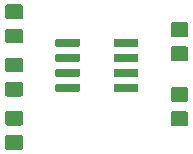
<source format=gbr>
G04 #@! TF.GenerationSoftware,KiCad,Pcbnew,(5.1.4)-1*
G04 #@! TF.CreationDate,2019-10-04T20:40:23-05:00*
G04 #@! TF.ProjectId,GettingToBlinky5.0,47657474-696e-4675-946f-426c696e6b79,rev?*
G04 #@! TF.SameCoordinates,Original*
G04 #@! TF.FileFunction,Soldermask,Top*
G04 #@! TF.FilePolarity,Negative*
%FSLAX46Y46*%
G04 Gerber Fmt 4.6, Leading zero omitted, Abs format (unit mm)*
G04 Created by KiCad (PCBNEW (5.1.4)-1) date 2019-10-04 20:40:23*
%MOMM*%
%LPD*%
G04 APERTURE LIST*
%ADD10C,0.100000*%
G04 APERTURE END LIST*
D10*
G36*
X139588674Y-102903465D02*
G01*
X139626367Y-102914899D01*
X139661103Y-102933466D01*
X139691548Y-102958452D01*
X139716534Y-102988897D01*
X139735101Y-103023633D01*
X139746535Y-103061326D01*
X139751000Y-103106661D01*
X139751000Y-103943339D01*
X139746535Y-103988674D01*
X139735101Y-104026367D01*
X139716534Y-104061103D01*
X139691548Y-104091548D01*
X139661103Y-104116534D01*
X139626367Y-104135101D01*
X139588674Y-104146535D01*
X139543339Y-104151000D01*
X138456661Y-104151000D01*
X138411326Y-104146535D01*
X138373633Y-104135101D01*
X138338897Y-104116534D01*
X138308452Y-104091548D01*
X138283466Y-104061103D01*
X138264899Y-104026367D01*
X138253465Y-103988674D01*
X138249000Y-103943339D01*
X138249000Y-103106661D01*
X138253465Y-103061326D01*
X138264899Y-103023633D01*
X138283466Y-102988897D01*
X138308452Y-102958452D01*
X138338897Y-102933466D01*
X138373633Y-102914899D01*
X138411326Y-102903465D01*
X138456661Y-102899000D01*
X139543339Y-102899000D01*
X139588674Y-102903465D01*
X139588674Y-102903465D01*
G37*
G36*
X153588674Y-100903465D02*
G01*
X153626367Y-100914899D01*
X153661103Y-100933466D01*
X153691548Y-100958452D01*
X153716534Y-100988897D01*
X153735101Y-101023633D01*
X153746535Y-101061326D01*
X153751000Y-101106661D01*
X153751000Y-101943339D01*
X153746535Y-101988674D01*
X153735101Y-102026367D01*
X153716534Y-102061103D01*
X153691548Y-102091548D01*
X153661103Y-102116534D01*
X153626367Y-102135101D01*
X153588674Y-102146535D01*
X153543339Y-102151000D01*
X152456661Y-102151000D01*
X152411326Y-102146535D01*
X152373633Y-102135101D01*
X152338897Y-102116534D01*
X152308452Y-102091548D01*
X152283466Y-102061103D01*
X152264899Y-102026367D01*
X152253465Y-101988674D01*
X152249000Y-101943339D01*
X152249000Y-101106661D01*
X152253465Y-101061326D01*
X152264899Y-101023633D01*
X152283466Y-100988897D01*
X152308452Y-100958452D01*
X152338897Y-100933466D01*
X152373633Y-100914899D01*
X152411326Y-100903465D01*
X152456661Y-100899000D01*
X153543339Y-100899000D01*
X153588674Y-100903465D01*
X153588674Y-100903465D01*
G37*
G36*
X139588674Y-100853465D02*
G01*
X139626367Y-100864899D01*
X139661103Y-100883466D01*
X139691548Y-100908452D01*
X139716534Y-100938897D01*
X139735101Y-100973633D01*
X139746535Y-101011326D01*
X139751000Y-101056661D01*
X139751000Y-101893339D01*
X139746535Y-101938674D01*
X139735101Y-101976367D01*
X139716534Y-102011103D01*
X139691548Y-102041548D01*
X139661103Y-102066534D01*
X139626367Y-102085101D01*
X139588674Y-102096535D01*
X139543339Y-102101000D01*
X138456661Y-102101000D01*
X138411326Y-102096535D01*
X138373633Y-102085101D01*
X138338897Y-102066534D01*
X138308452Y-102041548D01*
X138283466Y-102011103D01*
X138264899Y-101976367D01*
X138253465Y-101938674D01*
X138249000Y-101893339D01*
X138249000Y-101056661D01*
X138253465Y-101011326D01*
X138264899Y-100973633D01*
X138283466Y-100938897D01*
X138308452Y-100908452D01*
X138338897Y-100883466D01*
X138373633Y-100864899D01*
X138411326Y-100853465D01*
X138456661Y-100849000D01*
X139543339Y-100849000D01*
X139588674Y-100853465D01*
X139588674Y-100853465D01*
G37*
G36*
X153588674Y-98853465D02*
G01*
X153626367Y-98864899D01*
X153661103Y-98883466D01*
X153691548Y-98908452D01*
X153716534Y-98938897D01*
X153735101Y-98973633D01*
X153746535Y-99011326D01*
X153751000Y-99056661D01*
X153751000Y-99893339D01*
X153746535Y-99938674D01*
X153735101Y-99976367D01*
X153716534Y-100011103D01*
X153691548Y-100041548D01*
X153661103Y-100066534D01*
X153626367Y-100085101D01*
X153588674Y-100096535D01*
X153543339Y-100101000D01*
X152456661Y-100101000D01*
X152411326Y-100096535D01*
X152373633Y-100085101D01*
X152338897Y-100066534D01*
X152308452Y-100041548D01*
X152283466Y-100011103D01*
X152264899Y-99976367D01*
X152253465Y-99938674D01*
X152249000Y-99893339D01*
X152249000Y-99056661D01*
X152253465Y-99011326D01*
X152264899Y-98973633D01*
X152283466Y-98938897D01*
X152308452Y-98908452D01*
X152338897Y-98883466D01*
X152373633Y-98864899D01*
X152411326Y-98853465D01*
X152456661Y-98849000D01*
X153543339Y-98849000D01*
X153588674Y-98853465D01*
X153588674Y-98853465D01*
G37*
G36*
X139588674Y-98403465D02*
G01*
X139626367Y-98414899D01*
X139661103Y-98433466D01*
X139691548Y-98458452D01*
X139716534Y-98488897D01*
X139735101Y-98523633D01*
X139746535Y-98561326D01*
X139751000Y-98606661D01*
X139751000Y-99443339D01*
X139746535Y-99488674D01*
X139735101Y-99526367D01*
X139716534Y-99561103D01*
X139691548Y-99591548D01*
X139661103Y-99616534D01*
X139626367Y-99635101D01*
X139588674Y-99646535D01*
X139543339Y-99651000D01*
X138456661Y-99651000D01*
X138411326Y-99646535D01*
X138373633Y-99635101D01*
X138338897Y-99616534D01*
X138308452Y-99591548D01*
X138283466Y-99561103D01*
X138264899Y-99526367D01*
X138253465Y-99488674D01*
X138249000Y-99443339D01*
X138249000Y-98606661D01*
X138253465Y-98561326D01*
X138264899Y-98523633D01*
X138283466Y-98488897D01*
X138308452Y-98458452D01*
X138338897Y-98433466D01*
X138373633Y-98414899D01*
X138411326Y-98403465D01*
X138456661Y-98399000D01*
X139543339Y-98399000D01*
X139588674Y-98403465D01*
X139588674Y-98403465D01*
G37*
G36*
X149409928Y-98556764D02*
G01*
X149431009Y-98563160D01*
X149450445Y-98573548D01*
X149467476Y-98587524D01*
X149481452Y-98604555D01*
X149491840Y-98623991D01*
X149498236Y-98645072D01*
X149501000Y-98673140D01*
X149501000Y-99136860D01*
X149498236Y-99164928D01*
X149491840Y-99186009D01*
X149481452Y-99205445D01*
X149467476Y-99222476D01*
X149450445Y-99236452D01*
X149431009Y-99246840D01*
X149409928Y-99253236D01*
X149381860Y-99256000D01*
X147568140Y-99256000D01*
X147540072Y-99253236D01*
X147518991Y-99246840D01*
X147499555Y-99236452D01*
X147482524Y-99222476D01*
X147468548Y-99205445D01*
X147458160Y-99186009D01*
X147451764Y-99164928D01*
X147449000Y-99136860D01*
X147449000Y-98673140D01*
X147451764Y-98645072D01*
X147458160Y-98623991D01*
X147468548Y-98604555D01*
X147482524Y-98587524D01*
X147499555Y-98573548D01*
X147518991Y-98563160D01*
X147540072Y-98556764D01*
X147568140Y-98554000D01*
X149381860Y-98554000D01*
X149409928Y-98556764D01*
X149409928Y-98556764D01*
G37*
G36*
X144459928Y-98556764D02*
G01*
X144481009Y-98563160D01*
X144500445Y-98573548D01*
X144517476Y-98587524D01*
X144531452Y-98604555D01*
X144541840Y-98623991D01*
X144548236Y-98645072D01*
X144551000Y-98673140D01*
X144551000Y-99136860D01*
X144548236Y-99164928D01*
X144541840Y-99186009D01*
X144531452Y-99205445D01*
X144517476Y-99222476D01*
X144500445Y-99236452D01*
X144481009Y-99246840D01*
X144459928Y-99253236D01*
X144431860Y-99256000D01*
X142618140Y-99256000D01*
X142590072Y-99253236D01*
X142568991Y-99246840D01*
X142549555Y-99236452D01*
X142532524Y-99222476D01*
X142518548Y-99205445D01*
X142508160Y-99186009D01*
X142501764Y-99164928D01*
X142499000Y-99136860D01*
X142499000Y-98673140D01*
X142501764Y-98645072D01*
X142508160Y-98623991D01*
X142518548Y-98604555D01*
X142532524Y-98587524D01*
X142549555Y-98573548D01*
X142568991Y-98563160D01*
X142590072Y-98556764D01*
X142618140Y-98554000D01*
X144431860Y-98554000D01*
X144459928Y-98556764D01*
X144459928Y-98556764D01*
G37*
G36*
X149409928Y-97286764D02*
G01*
X149431009Y-97293160D01*
X149450445Y-97303548D01*
X149467476Y-97317524D01*
X149481452Y-97334555D01*
X149491840Y-97353991D01*
X149498236Y-97375072D01*
X149501000Y-97403140D01*
X149501000Y-97866860D01*
X149498236Y-97894928D01*
X149491840Y-97916009D01*
X149481452Y-97935445D01*
X149467476Y-97952476D01*
X149450445Y-97966452D01*
X149431009Y-97976840D01*
X149409928Y-97983236D01*
X149381860Y-97986000D01*
X147568140Y-97986000D01*
X147540072Y-97983236D01*
X147518991Y-97976840D01*
X147499555Y-97966452D01*
X147482524Y-97952476D01*
X147468548Y-97935445D01*
X147458160Y-97916009D01*
X147451764Y-97894928D01*
X147449000Y-97866860D01*
X147449000Y-97403140D01*
X147451764Y-97375072D01*
X147458160Y-97353991D01*
X147468548Y-97334555D01*
X147482524Y-97317524D01*
X147499555Y-97303548D01*
X147518991Y-97293160D01*
X147540072Y-97286764D01*
X147568140Y-97284000D01*
X149381860Y-97284000D01*
X149409928Y-97286764D01*
X149409928Y-97286764D01*
G37*
G36*
X144459928Y-97286764D02*
G01*
X144481009Y-97293160D01*
X144500445Y-97303548D01*
X144517476Y-97317524D01*
X144531452Y-97334555D01*
X144541840Y-97353991D01*
X144548236Y-97375072D01*
X144551000Y-97403140D01*
X144551000Y-97866860D01*
X144548236Y-97894928D01*
X144541840Y-97916009D01*
X144531452Y-97935445D01*
X144517476Y-97952476D01*
X144500445Y-97966452D01*
X144481009Y-97976840D01*
X144459928Y-97983236D01*
X144431860Y-97986000D01*
X142618140Y-97986000D01*
X142590072Y-97983236D01*
X142568991Y-97976840D01*
X142549555Y-97966452D01*
X142532524Y-97952476D01*
X142518548Y-97935445D01*
X142508160Y-97916009D01*
X142501764Y-97894928D01*
X142499000Y-97866860D01*
X142499000Y-97403140D01*
X142501764Y-97375072D01*
X142508160Y-97353991D01*
X142518548Y-97334555D01*
X142532524Y-97317524D01*
X142549555Y-97303548D01*
X142568991Y-97293160D01*
X142590072Y-97286764D01*
X142618140Y-97284000D01*
X144431860Y-97284000D01*
X144459928Y-97286764D01*
X144459928Y-97286764D01*
G37*
G36*
X139588674Y-96353465D02*
G01*
X139626367Y-96364899D01*
X139661103Y-96383466D01*
X139691548Y-96408452D01*
X139716534Y-96438897D01*
X139735101Y-96473633D01*
X139746535Y-96511326D01*
X139751000Y-96556661D01*
X139751000Y-97393339D01*
X139746535Y-97438674D01*
X139735101Y-97476367D01*
X139716534Y-97511103D01*
X139691548Y-97541548D01*
X139661103Y-97566534D01*
X139626367Y-97585101D01*
X139588674Y-97596535D01*
X139543339Y-97601000D01*
X138456661Y-97601000D01*
X138411326Y-97596535D01*
X138373633Y-97585101D01*
X138338897Y-97566534D01*
X138308452Y-97541548D01*
X138283466Y-97511103D01*
X138264899Y-97476367D01*
X138253465Y-97438674D01*
X138249000Y-97393339D01*
X138249000Y-96556661D01*
X138253465Y-96511326D01*
X138264899Y-96473633D01*
X138283466Y-96438897D01*
X138308452Y-96408452D01*
X138338897Y-96383466D01*
X138373633Y-96364899D01*
X138411326Y-96353465D01*
X138456661Y-96349000D01*
X139543339Y-96349000D01*
X139588674Y-96353465D01*
X139588674Y-96353465D01*
G37*
G36*
X144459928Y-96016764D02*
G01*
X144481009Y-96023160D01*
X144500445Y-96033548D01*
X144517476Y-96047524D01*
X144531452Y-96064555D01*
X144541840Y-96083991D01*
X144548236Y-96105072D01*
X144551000Y-96133140D01*
X144551000Y-96596860D01*
X144548236Y-96624928D01*
X144541840Y-96646009D01*
X144531452Y-96665445D01*
X144517476Y-96682476D01*
X144500445Y-96696452D01*
X144481009Y-96706840D01*
X144459928Y-96713236D01*
X144431860Y-96716000D01*
X142618140Y-96716000D01*
X142590072Y-96713236D01*
X142568991Y-96706840D01*
X142549555Y-96696452D01*
X142532524Y-96682476D01*
X142518548Y-96665445D01*
X142508160Y-96646009D01*
X142501764Y-96624928D01*
X142499000Y-96596860D01*
X142499000Y-96133140D01*
X142501764Y-96105072D01*
X142508160Y-96083991D01*
X142518548Y-96064555D01*
X142532524Y-96047524D01*
X142549555Y-96033548D01*
X142568991Y-96023160D01*
X142590072Y-96016764D01*
X142618140Y-96014000D01*
X144431860Y-96014000D01*
X144459928Y-96016764D01*
X144459928Y-96016764D01*
G37*
G36*
X149409928Y-96016764D02*
G01*
X149431009Y-96023160D01*
X149450445Y-96033548D01*
X149467476Y-96047524D01*
X149481452Y-96064555D01*
X149491840Y-96083991D01*
X149498236Y-96105072D01*
X149501000Y-96133140D01*
X149501000Y-96596860D01*
X149498236Y-96624928D01*
X149491840Y-96646009D01*
X149481452Y-96665445D01*
X149467476Y-96682476D01*
X149450445Y-96696452D01*
X149431009Y-96706840D01*
X149409928Y-96713236D01*
X149381860Y-96716000D01*
X147568140Y-96716000D01*
X147540072Y-96713236D01*
X147518991Y-96706840D01*
X147499555Y-96696452D01*
X147482524Y-96682476D01*
X147468548Y-96665445D01*
X147458160Y-96646009D01*
X147451764Y-96624928D01*
X147449000Y-96596860D01*
X147449000Y-96133140D01*
X147451764Y-96105072D01*
X147458160Y-96083991D01*
X147468548Y-96064555D01*
X147482524Y-96047524D01*
X147499555Y-96033548D01*
X147518991Y-96023160D01*
X147540072Y-96016764D01*
X147568140Y-96014000D01*
X149381860Y-96014000D01*
X149409928Y-96016764D01*
X149409928Y-96016764D01*
G37*
G36*
X153588674Y-95403465D02*
G01*
X153626367Y-95414899D01*
X153661103Y-95433466D01*
X153691548Y-95458452D01*
X153716534Y-95488897D01*
X153735101Y-95523633D01*
X153746535Y-95561326D01*
X153751000Y-95606661D01*
X153751000Y-96443339D01*
X153746535Y-96488674D01*
X153735101Y-96526367D01*
X153716534Y-96561103D01*
X153691548Y-96591548D01*
X153661103Y-96616534D01*
X153626367Y-96635101D01*
X153588674Y-96646535D01*
X153543339Y-96651000D01*
X152456661Y-96651000D01*
X152411326Y-96646535D01*
X152373633Y-96635101D01*
X152338897Y-96616534D01*
X152308452Y-96591548D01*
X152283466Y-96561103D01*
X152264899Y-96526367D01*
X152253465Y-96488674D01*
X152249000Y-96443339D01*
X152249000Y-95606661D01*
X152253465Y-95561326D01*
X152264899Y-95523633D01*
X152283466Y-95488897D01*
X152308452Y-95458452D01*
X152338897Y-95433466D01*
X152373633Y-95414899D01*
X152411326Y-95403465D01*
X152456661Y-95399000D01*
X153543339Y-95399000D01*
X153588674Y-95403465D01*
X153588674Y-95403465D01*
G37*
G36*
X149409928Y-94746764D02*
G01*
X149431009Y-94753160D01*
X149450445Y-94763548D01*
X149467476Y-94777524D01*
X149481452Y-94794555D01*
X149491840Y-94813991D01*
X149498236Y-94835072D01*
X149501000Y-94863140D01*
X149501000Y-95326860D01*
X149498236Y-95354928D01*
X149491840Y-95376009D01*
X149481452Y-95395445D01*
X149467476Y-95412476D01*
X149450445Y-95426452D01*
X149431009Y-95436840D01*
X149409928Y-95443236D01*
X149381860Y-95446000D01*
X147568140Y-95446000D01*
X147540072Y-95443236D01*
X147518991Y-95436840D01*
X147499555Y-95426452D01*
X147482524Y-95412476D01*
X147468548Y-95395445D01*
X147458160Y-95376009D01*
X147451764Y-95354928D01*
X147449000Y-95326860D01*
X147449000Y-94863140D01*
X147451764Y-94835072D01*
X147458160Y-94813991D01*
X147468548Y-94794555D01*
X147482524Y-94777524D01*
X147499555Y-94763548D01*
X147518991Y-94753160D01*
X147540072Y-94746764D01*
X147568140Y-94744000D01*
X149381860Y-94744000D01*
X149409928Y-94746764D01*
X149409928Y-94746764D01*
G37*
G36*
X144459928Y-94746764D02*
G01*
X144481009Y-94753160D01*
X144500445Y-94763548D01*
X144517476Y-94777524D01*
X144531452Y-94794555D01*
X144541840Y-94813991D01*
X144548236Y-94835072D01*
X144551000Y-94863140D01*
X144551000Y-95326860D01*
X144548236Y-95354928D01*
X144541840Y-95376009D01*
X144531452Y-95395445D01*
X144517476Y-95412476D01*
X144500445Y-95426452D01*
X144481009Y-95436840D01*
X144459928Y-95443236D01*
X144431860Y-95446000D01*
X142618140Y-95446000D01*
X142590072Y-95443236D01*
X142568991Y-95436840D01*
X142549555Y-95426452D01*
X142532524Y-95412476D01*
X142518548Y-95395445D01*
X142508160Y-95376009D01*
X142501764Y-95354928D01*
X142499000Y-95326860D01*
X142499000Y-94863140D01*
X142501764Y-94835072D01*
X142508160Y-94813991D01*
X142518548Y-94794555D01*
X142532524Y-94777524D01*
X142549555Y-94763548D01*
X142568991Y-94753160D01*
X142590072Y-94746764D01*
X142618140Y-94744000D01*
X144431860Y-94744000D01*
X144459928Y-94746764D01*
X144459928Y-94746764D01*
G37*
G36*
X139588674Y-93903465D02*
G01*
X139626367Y-93914899D01*
X139661103Y-93933466D01*
X139691548Y-93958452D01*
X139716534Y-93988897D01*
X139735101Y-94023633D01*
X139746535Y-94061326D01*
X139751000Y-94106661D01*
X139751000Y-94943339D01*
X139746535Y-94988674D01*
X139735101Y-95026367D01*
X139716534Y-95061103D01*
X139691548Y-95091548D01*
X139661103Y-95116534D01*
X139626367Y-95135101D01*
X139588674Y-95146535D01*
X139543339Y-95151000D01*
X138456661Y-95151000D01*
X138411326Y-95146535D01*
X138373633Y-95135101D01*
X138338897Y-95116534D01*
X138308452Y-95091548D01*
X138283466Y-95061103D01*
X138264899Y-95026367D01*
X138253465Y-94988674D01*
X138249000Y-94943339D01*
X138249000Y-94106661D01*
X138253465Y-94061326D01*
X138264899Y-94023633D01*
X138283466Y-93988897D01*
X138308452Y-93958452D01*
X138338897Y-93933466D01*
X138373633Y-93914899D01*
X138411326Y-93903465D01*
X138456661Y-93899000D01*
X139543339Y-93899000D01*
X139588674Y-93903465D01*
X139588674Y-93903465D01*
G37*
G36*
X153588674Y-93353465D02*
G01*
X153626367Y-93364899D01*
X153661103Y-93383466D01*
X153691548Y-93408452D01*
X153716534Y-93438897D01*
X153735101Y-93473633D01*
X153746535Y-93511326D01*
X153751000Y-93556661D01*
X153751000Y-94393339D01*
X153746535Y-94438674D01*
X153735101Y-94476367D01*
X153716534Y-94511103D01*
X153691548Y-94541548D01*
X153661103Y-94566534D01*
X153626367Y-94585101D01*
X153588674Y-94596535D01*
X153543339Y-94601000D01*
X152456661Y-94601000D01*
X152411326Y-94596535D01*
X152373633Y-94585101D01*
X152338897Y-94566534D01*
X152308452Y-94541548D01*
X152283466Y-94511103D01*
X152264899Y-94476367D01*
X152253465Y-94438674D01*
X152249000Y-94393339D01*
X152249000Y-93556661D01*
X152253465Y-93511326D01*
X152264899Y-93473633D01*
X152283466Y-93438897D01*
X152308452Y-93408452D01*
X152338897Y-93383466D01*
X152373633Y-93364899D01*
X152411326Y-93353465D01*
X152456661Y-93349000D01*
X153543339Y-93349000D01*
X153588674Y-93353465D01*
X153588674Y-93353465D01*
G37*
G36*
X139588674Y-91853465D02*
G01*
X139626367Y-91864899D01*
X139661103Y-91883466D01*
X139691548Y-91908452D01*
X139716534Y-91938897D01*
X139735101Y-91973633D01*
X139746535Y-92011326D01*
X139751000Y-92056661D01*
X139751000Y-92893339D01*
X139746535Y-92938674D01*
X139735101Y-92976367D01*
X139716534Y-93011103D01*
X139691548Y-93041548D01*
X139661103Y-93066534D01*
X139626367Y-93085101D01*
X139588674Y-93096535D01*
X139543339Y-93101000D01*
X138456661Y-93101000D01*
X138411326Y-93096535D01*
X138373633Y-93085101D01*
X138338897Y-93066534D01*
X138308452Y-93041548D01*
X138283466Y-93011103D01*
X138264899Y-92976367D01*
X138253465Y-92938674D01*
X138249000Y-92893339D01*
X138249000Y-92056661D01*
X138253465Y-92011326D01*
X138264899Y-91973633D01*
X138283466Y-91938897D01*
X138308452Y-91908452D01*
X138338897Y-91883466D01*
X138373633Y-91864899D01*
X138411326Y-91853465D01*
X138456661Y-91849000D01*
X139543339Y-91849000D01*
X139588674Y-91853465D01*
X139588674Y-91853465D01*
G37*
M02*

</source>
